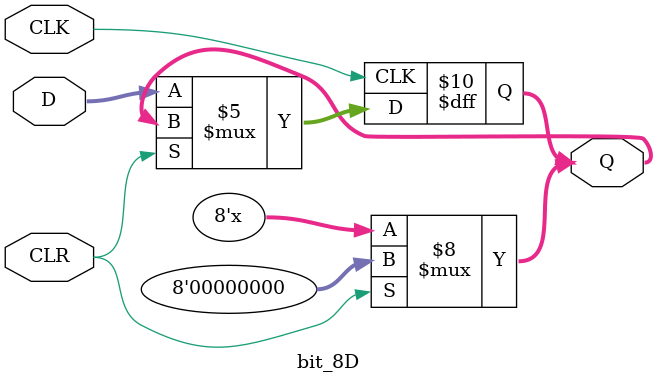
<source format=v>
`timescale 1ns / 1ps


module bit8_register(
    input CLR,CLK,OE_,
    input [7:0] D,
    output [7:0] Q
    );
    
    wire [7:0] S;

    bit_8D bit_8D_inst0(
        .CLR(CLR),
        .CLK(CLK),
        .D(D),
        .Q(S)
    );

    TS_8bits_Gate TS_8bits_Gate_inst0(
        .EN_(OE_),
        .A(S),
        .F(Q)
    );

endmodule

module TS_8bits_Gate(
    input EN_,
    input [7:0] A,
    output reg [7:0] F
);

    always @* begin
        if(!EN_) F=A;
        else F=7'bz;
    end

endmodule

module bit_8D(
    input CLR,CLK,
    input [7:0] D,
    output reg [7:0] Q
);

    always @(CLR) begin
        if(CLR) Q=8'b0;
    end

    always @(posedge CLK) begin
        if(!CLR) Q=D;
    end

endmodule

</source>
